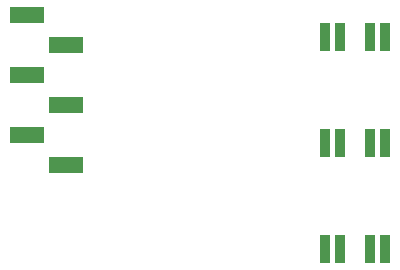
<source format=gbr>
G04 #@! TF.FileFunction,Soldermask,Bot*
%FSLAX46Y46*%
G04 Gerber Fmt 4.6, Leading zero omitted, Abs format (unit mm)*
G04 Created by KiCad (PCBNEW 4.0.7-e2-6376~58~ubuntu14.04.1) date Sat Jul 14 10:26:38 2018*
%MOMM*%
%LPD*%
G01*
G04 APERTURE LIST*
%ADD10C,0.100000*%
%ADD11R,0.900000X2.400000*%
%ADD12R,2.910000X1.400000*%
G04 APERTURE END LIST*
D10*
D11*
X105500000Y-107000000D03*
X104230000Y-107000000D03*
X101690000Y-107000000D03*
X100420000Y-107000000D03*
X105500000Y-116000000D03*
X104230000Y-116000000D03*
X101690000Y-116000000D03*
X100420000Y-116000000D03*
X105500000Y-98000000D03*
X104230000Y-98000000D03*
X101690000Y-98000000D03*
X100420000Y-98000000D03*
D12*
X75170000Y-106310000D03*
X75170000Y-101230000D03*
X75170000Y-96150000D03*
X78480000Y-108850000D03*
X78480000Y-103770000D03*
X78480000Y-98690000D03*
M02*

</source>
